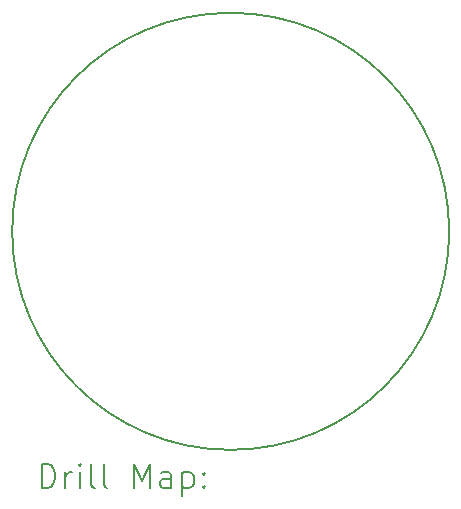
<source format=gbr>
%TF.GenerationSoftware,KiCad,Pcbnew,8.0.1*%
%TF.CreationDate,2024-04-01T21:43:55+02:00*%
%TF.ProjectId,SenseLoraCAM,53656e73-654c-46f7-9261-43414d2e6b69,rev?*%
%TF.SameCoordinates,Original*%
%TF.FileFunction,Drillmap*%
%TF.FilePolarity,Positive*%
%FSLAX45Y45*%
G04 Gerber Fmt 4.5, Leading zero omitted, Abs format (unit mm)*
G04 Created by KiCad (PCBNEW 8.0.1) date 2024-04-01 21:43:55*
%MOMM*%
%LPD*%
G01*
G04 APERTURE LIST*
%ADD10C,0.200000*%
G04 APERTURE END LIST*
D10*
X13250000Y-7970000D02*
G75*
G02*
X9550000Y-7970000I-1850000J0D01*
G01*
X9550000Y-7970000D02*
G75*
G02*
X13250000Y-7970000I1850000J0D01*
G01*
X9800777Y-10141484D02*
X9800777Y-9941484D01*
X9800777Y-9941484D02*
X9848396Y-9941484D01*
X9848396Y-9941484D02*
X9876967Y-9951008D01*
X9876967Y-9951008D02*
X9896015Y-9970055D01*
X9896015Y-9970055D02*
X9905539Y-9989103D01*
X9905539Y-9989103D02*
X9915063Y-10027198D01*
X9915063Y-10027198D02*
X9915063Y-10055770D01*
X9915063Y-10055770D02*
X9905539Y-10093865D01*
X9905539Y-10093865D02*
X9896015Y-10112912D01*
X9896015Y-10112912D02*
X9876967Y-10131960D01*
X9876967Y-10131960D02*
X9848396Y-10141484D01*
X9848396Y-10141484D02*
X9800777Y-10141484D01*
X10000777Y-10141484D02*
X10000777Y-10008150D01*
X10000777Y-10046246D02*
X10010301Y-10027198D01*
X10010301Y-10027198D02*
X10019824Y-10017674D01*
X10019824Y-10017674D02*
X10038872Y-10008150D01*
X10038872Y-10008150D02*
X10057920Y-10008150D01*
X10124586Y-10141484D02*
X10124586Y-10008150D01*
X10124586Y-9941484D02*
X10115063Y-9951008D01*
X10115063Y-9951008D02*
X10124586Y-9960531D01*
X10124586Y-9960531D02*
X10134110Y-9951008D01*
X10134110Y-9951008D02*
X10124586Y-9941484D01*
X10124586Y-9941484D02*
X10124586Y-9960531D01*
X10248396Y-10141484D02*
X10229348Y-10131960D01*
X10229348Y-10131960D02*
X10219824Y-10112912D01*
X10219824Y-10112912D02*
X10219824Y-9941484D01*
X10353158Y-10141484D02*
X10334110Y-10131960D01*
X10334110Y-10131960D02*
X10324586Y-10112912D01*
X10324586Y-10112912D02*
X10324586Y-9941484D01*
X10581729Y-10141484D02*
X10581729Y-9941484D01*
X10581729Y-9941484D02*
X10648396Y-10084341D01*
X10648396Y-10084341D02*
X10715063Y-9941484D01*
X10715063Y-9941484D02*
X10715063Y-10141484D01*
X10896015Y-10141484D02*
X10896015Y-10036722D01*
X10896015Y-10036722D02*
X10886491Y-10017674D01*
X10886491Y-10017674D02*
X10867444Y-10008150D01*
X10867444Y-10008150D02*
X10829348Y-10008150D01*
X10829348Y-10008150D02*
X10810301Y-10017674D01*
X10896015Y-10131960D02*
X10876967Y-10141484D01*
X10876967Y-10141484D02*
X10829348Y-10141484D01*
X10829348Y-10141484D02*
X10810301Y-10131960D01*
X10810301Y-10131960D02*
X10800777Y-10112912D01*
X10800777Y-10112912D02*
X10800777Y-10093865D01*
X10800777Y-10093865D02*
X10810301Y-10074817D01*
X10810301Y-10074817D02*
X10829348Y-10065293D01*
X10829348Y-10065293D02*
X10876967Y-10065293D01*
X10876967Y-10065293D02*
X10896015Y-10055770D01*
X10991253Y-10008150D02*
X10991253Y-10208150D01*
X10991253Y-10017674D02*
X11010301Y-10008150D01*
X11010301Y-10008150D02*
X11048396Y-10008150D01*
X11048396Y-10008150D02*
X11067444Y-10017674D01*
X11067444Y-10017674D02*
X11076967Y-10027198D01*
X11076967Y-10027198D02*
X11086491Y-10046246D01*
X11086491Y-10046246D02*
X11086491Y-10103389D01*
X11086491Y-10103389D02*
X11076967Y-10122436D01*
X11076967Y-10122436D02*
X11067444Y-10131960D01*
X11067444Y-10131960D02*
X11048396Y-10141484D01*
X11048396Y-10141484D02*
X11010301Y-10141484D01*
X11010301Y-10141484D02*
X10991253Y-10131960D01*
X11172205Y-10122436D02*
X11181729Y-10131960D01*
X11181729Y-10131960D02*
X11172205Y-10141484D01*
X11172205Y-10141484D02*
X11162682Y-10131960D01*
X11162682Y-10131960D02*
X11172205Y-10122436D01*
X11172205Y-10122436D02*
X11172205Y-10141484D01*
X11172205Y-10017674D02*
X11181729Y-10027198D01*
X11181729Y-10027198D02*
X11172205Y-10036722D01*
X11172205Y-10036722D02*
X11162682Y-10027198D01*
X11162682Y-10027198D02*
X11172205Y-10017674D01*
X11172205Y-10017674D02*
X11172205Y-10036722D01*
M02*

</source>
